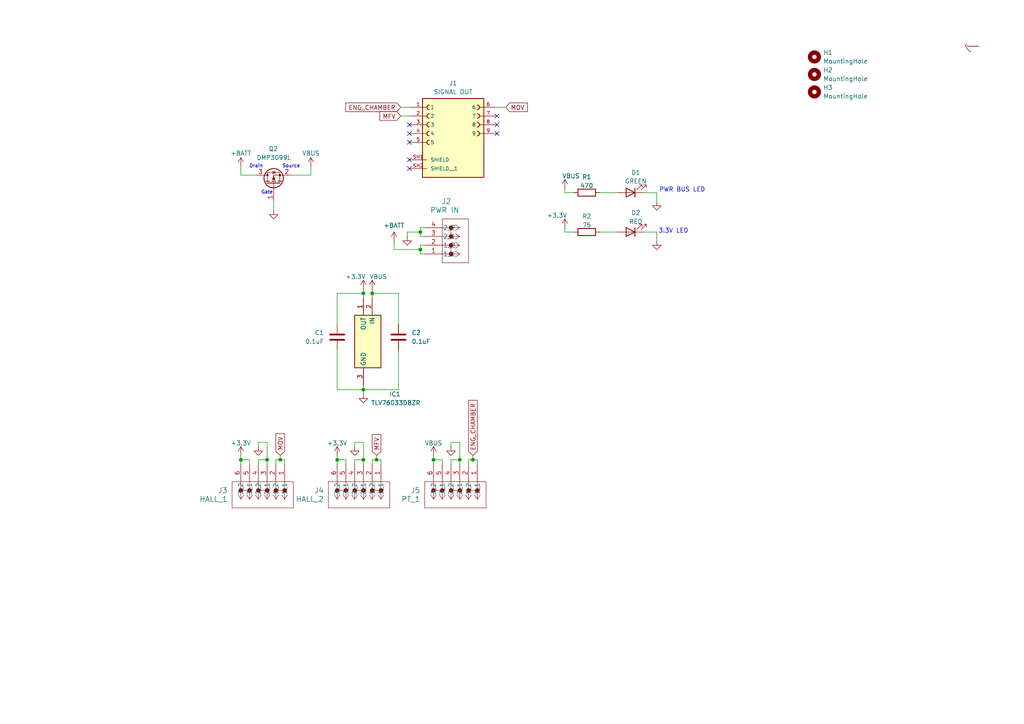
<source format=kicad_sch>
(kicad_sch (version 20250114) (generator "eeschema") (generator_version "9.0")
  (paper "A4")
  (lib_symbols
    (symbol "Device:C" (pin_numbers (hide yes)) (pin_names (offset 0.254))
      (property "Reference" "C" (at 0.635 2.54 0))
      (property "Value" "C" (at 0.635 -2.54 0))
      (symbol "C_1_1"
        (pin passive line (at 0 3.81 270) (length 2.794) (name "~") (number "1"))
        (pin passive line (at 0 -3.81 90) (length 2.794) (name "~") (number "2"))
      )
    )
    (symbol "Device:LED" (pin_numbers (hide yes)) (pin_names (offset 1.016) (hide yes))
      (property "Reference" "D" (at 0 2.54 0))
      (property "Value" "LED" (at 0 -2.54 0))
      (symbol "LED_1_1"
        (pin passive line (at -3.81 0 0) (length 2.54) (name "K") (number "1"))
        (pin passive line (at 3.81 0 180) (length 2.54) (name "A") (number "2"))
      )
    )
    (symbol "Device:Q_PMOS_GSD" (pin_names (offset 0) (hide yes))
      (property "Reference" "Q" (at 5.08 1.27 0))
      (property "Value" "Q_PMOS_GSD" (at 5.08 -1.27 0))
      (symbol "Q_PMOS_GSD_1_1"
        (pin input line (at -5.08 0 0) (length 2.54) (name "G") (number "1"))
        (pin passive line (at 2.54 5.08 270) (length 2.54) (name "D") (number "3"))
        (pin passive line (at 2.54 -5.08 90) (length 2.54) (name "S") (number "2"))
      )
    )
    (symbol "Device:R" (pin_numbers (hide yes)) (pin_names (offset 0))
      (property "Reference" "R" (at 2.032 0 90))
      (property "Value" "R" (at 0 0 90))
      (symbol "R_1_1"
        (pin passive line (at 0 3.81 270) (length 1.27) (name "~") (number "1"))
        (pin passive line (at 0 -3.81 90) (length 1.27) (name "~") (number "2"))
      )
    )
    (symbol "LD09S33E4GV00LF:LD09S33E4GV00LF" (pin_names (offset 1.016))
      (property "Reference" "J" (at -8.89 10.922 0))
      (property "Value" "LD09S33E4GV00LF" (at -8.89 -15.24 0))
      (symbol "LD09S33E4GV00LF_0_0"
        (pin passive line (at -12.7 7.62 0) (length 5.08) (name "1") (number "1"))
        (pin passive line (at -12.7 5.08 0) (length 5.08) (name "2") (number "2"))
        (pin passive line (at -12.7 2.54 0) (length 5.08) (name "3") (number "3"))
        (pin passive line (at -12.7 0 0) (length 5.08) (name "4") (number "4"))
        (pin passive line (at -12.7 -2.54 0) (length 5.08) (name "5") (number "5"))
        (pin passive line (at -12.7 -7.62 0) (length 5.08) (name "SHIELD") (number "SH1"))
        (pin passive line (at -12.7 -10.16 0) (length 5.08) (name "SHIELD__1") (number "SH2"))
        (pin passive line (at 12.7 7.62 180) (length 5.08) (name "6") (number "6"))
        (pin passive line (at 12.7 5.08 180) (length 5.08) (name "7") (number "7"))
        (pin passive line (at 12.7 2.54 180) (length 5.08) (name "8") (number "8"))
        (pin passive line (at 12.7 0 180) (length 5.08) (name "9") (number "9"))
      )
    )
    (symbol "Mechanical:MountingHole" (pin_names (offset 1.016)) (exclude_from_sim yes) (in_bom no)
      (property "Reference" "H" (at 0 5.08 0))
      (property "Value" "MountingHole" (at 0 3.175 0))
    )
    (symbol "SDSU RP:LOGO" (pin_names (offset 1.016)))
    (symbol "TLV76033DBZR:TLV76033DBZR"
      (property "Reference" "IC" (at 21.59 7.62 0))
      (property "Value" "TLV76033DBZR" (at 21.59 5.08 0))
      (symbol "TLV76033DBZR_1_1"
        (pin passive line (at 0 0 0) (length 5.08) (name "OUT") (number "1"))
        (pin passive line (at 0 -2.54 0) (length 5.08) (name "IN") (number "2"))
        (pin passive line (at 25.4 0 180) (length 5.08) (name "GND") (number "3"))
      )
    )
    (symbol "Wago_2601_1102:2601-1102" (pin_names (offset 0.254))
      (property "Reference" "J" (at 8.89 6.35 0))
      (property "Value" "2601-1102" (at 0 0 0))
      (symbol "2601-1102_1_1"
        (pin unspecified line (at 0 0 0) (length 5.08) (name "1_1") (number "1"))
        (pin unspecified line (at 0 -2.54 0) (length 5.08) (name "1_2") (number "2"))
        (pin unspecified line (at 0 -5.08 0) (length 5.08) (name "2_1") (number "3"))
        (pin unspecified line (at 0 -7.62 0) (length 5.08) (name "2_2") (number "4"))
      )
    )
    (symbol "Wago_2601_1103:2601-1103" (pin_names (offset 0.254))
      (property "Reference" "J" (at 8.89 6.35 0))
      (property "Value" "2601-1103" (at 0 0 0))
      (symbol "2601-1103_1_1"
        (pin unspecified line (at 0 0 0) (length 5.08) (name "1_1") (number "1"))
        (pin unspecified line (at 0 -2.54 0) (length 5.08) (name "1_2") (number "2"))
        (pin unspecified line (at 0 -5.08 0) (length 5.08) (name "2_1") (number "3"))
        (pin unspecified line (at 0 -7.62 0) (length 5.08) (name "2_2") (number "4"))
        (pin unspecified line (at 0 -10.16 0) (length 5.08) (name "3_1") (number "5"))
        (pin unspecified line (at 0 -12.7 0) (length 5.08) (name "3_2") (number "6"))
      )
    )
    (symbol "power:+3.3V" (power) (pin_numbers (hide yes)) (pin_names (offset 0) (hide yes))
      (property "Value" "+3.3V" (at 0 3.556 0))
      (symbol "+3.3V_1_1"
        (pin power_in line (at 0 0 90) (length 0) (name "~") (number "1"))
      )
    )
    (symbol "power:+BATT" (power) (pin_numbers (hide yes)) (pin_names (offset 0) (hide yes))
      (property "Value" "+BATT" (at 0 3.556 0))
      (symbol "+BATT_1_1"
        (pin power_in line (at 0 0 90) (length 0) (name "~") (number "1"))
      )
    )
    (symbol "power:GND" (power) (pin_numbers (hide yes)) (pin_names (offset 0) (hide yes))
      (property "Value" "GND" (at 0 -3.81 0))
      (symbol "GND_1_1"
        (pin power_in line (at 0 0 270) (length 0) (name "~") (number "1"))
      )
    )
    (symbol "power:VBUS" (power) (pin_numbers (hide yes)) (pin_names (offset 0) (hide yes))
      (property "Value" "VBUS" (at 0 3.556 0))
      (symbol "VBUS_1_1"
        (pin power_in line (at 0 0 90) (length 0) (name "~") (number "1"))
      )
    )
  )
  (text "PWR BUS LED" (at 197.866 55.118 0) (effects (font (size 1.27 1.27))))
  (text "Source\n" (at 84.455 48.26 0) (effects (font (size 1 1))))
  (text "Drain" (at 74.295 48.26 0) (effects (font (size 1 1))))
  (text "Gate" (at 77.47 55.88 0) (effects (font (size 1 1))))
  (text "3.3V LED" (at 195.326 67.056 0) (effects (font (size 1.27 1.27))))
  (junction (at 109.22 133.35))
  (junction (at 133.35 133.35))
  (junction (at 137.16 133.35))
  (junction (at 125.73 133.35))
  (junction (at 105.41 133.35))
  (junction (at 105.41 85.09))
  (junction (at 77.47 133.35))
  (junction (at 69.85 133.35))
  (junction (at 121.92 72.39))
  (junction (at 81.28 133.35))
  (junction (at 105.41 113.03))
  (junction (at 97.79 133.35))
  (junction (at 107.95 85.09))
  (junction (at 121.92 67.31))
  (no_connect (at 144.145 38.735))
  (no_connect (at 144.145 33.655))
  (no_connect (at 118.745 38.735))
  (no_connect (at 144.145 36.195))
  (no_connect (at 118.745 41.275))
  (no_connect (at 118.745 48.895))
  (no_connect (at 118.745 36.195))
  (no_connect (at 118.745 46.355))
  (no_connect (at -7.62 213.36))
  (wire (pts (xy 107.95 83.82) (xy 107.95 85.09)))
  (wire (pts (xy 125.73 133.35) (xy 125.73 134.62)))
  (wire (pts (xy 74.93 134.62) (xy 74.93 133.35)))
  (wire (pts (xy 69.85 133.35) (xy 72.39 133.35)))
  (wire (pts (xy 97.79 93.98) (xy 97.79 85.09)))
  (wire (pts (xy 77.47 128.27) (xy 77.47 133.35)))
  (wire (pts (xy 115.57 93.98) (xy 115.57 85.09)))
  (wire (pts (xy 105.41 85.09) (xy 105.41 86.36)))
  (wire (pts (xy 137.16 132.08) (xy 137.16 133.35)))
  (wire (pts (xy 107.95 133.35) (xy 109.22 133.35)))
  (wire (pts (xy 130.81 128.27) (xy 133.35 128.27)))
  (wire (pts (xy 105.41 113.03) (xy 105.41 114.3)))
  (wire (pts (xy 138.43 133.35) (xy 138.43 134.62)))
  (wire (pts (xy 97.79 133.35) (xy 100.33 133.35)))
  (wire (pts (xy 74.93 129.54) (xy 74.93 128.27)))
  (wire (pts (xy 84.455 50.8) (xy 90.17 50.8)))
  (wire (pts (xy 109.22 133.35) (xy 110.49 133.35)))
  (wire (pts (xy 100.33 133.35) (xy 100.33 134.62)))
  (wire (pts (xy 97.79 133.35) (xy 97.79 134.62)))
  (wire (pts (xy 121.92 67.31) (xy 118.11 67.31)))
  (wire (pts (xy 109.22 132.08) (xy 109.22 133.35)))
  (wire (pts (xy 97.79 132.08) (xy 97.79 133.35)))
  (wire (pts (xy 102.87 128.27) (xy 105.41 128.27)))
  (wire (pts (xy 74.93 128.27) (xy 77.47 128.27)))
  (wire (pts (xy 135.89 133.35) (xy 137.16 133.35)))
  (wire (pts (xy 163.83 66.04) (xy 163.83 67.31)))
  (wire (pts (xy 121.92 73.66) (xy 123.19 73.66)))
  (wire (pts (xy 130.81 129.54) (xy 130.81 128.27)))
  (wire (pts (xy 107.95 85.09) (xy 115.57 85.09)))
  (wire (pts (xy 114.3 69.85) (xy 114.3 72.39)))
  (wire (pts (xy 79.375 60.96) (xy 79.375 58.42)))
  (wire (pts (xy 190.5 67.31) (xy 190.5 69.85)))
  (wire (pts (xy 107.95 134.62) (xy 107.95 133.35)))
  (wire (pts (xy 81.28 132.08) (xy 81.28 133.35)))
  (wire (pts (xy 102.87 129.54) (xy 102.87 128.27)))
  (wire (pts (xy 105.41 83.82) (xy 105.41 85.09)))
  (wire (pts (xy 97.79 101.6) (xy 97.79 113.03)))
  (wire (pts (xy 173.99 55.88) (xy 179.07 55.88)))
  (wire (pts (xy 97.79 85.09) (xy 105.41 85.09)))
  (wire (pts (xy 163.83 55.88) (xy 166.37 55.88)))
  (wire (pts (xy 130.81 133.35) (xy 133.35 133.35)))
  (wire (pts (xy 128.27 133.35) (xy 128.27 134.62)))
  (wire (pts (xy 133.35 128.27) (xy 133.35 133.35)))
  (wire (pts (xy 121.92 73.66) (xy 121.92 72.39)))
  (wire (pts (xy 115.57 101.6) (xy 115.57 113.03)))
  (wire (pts (xy 80.01 133.35) (xy 81.28 133.35)))
  (wire (pts (xy 74.93 133.35) (xy 77.47 133.35)))
  (wire (pts (xy 133.35 133.35) (xy 133.35 134.62)))
  (wire (pts (xy 80.01 134.62) (xy 80.01 133.35)))
  (wire (pts (xy 69.85 48.26) (xy 69.85 50.8)))
  (wire (pts (xy 186.69 55.88) (xy 190.5 55.88)))
  (wire (pts (xy 102.87 133.35) (xy 105.41 133.35)))
  (wire (pts (xy 110.49 133.35) (xy 110.49 134.62)))
  (wire (pts (xy 69.85 50.8) (xy 74.295 50.8)))
  (wire (pts (xy 186.69 67.31) (xy 190.5 67.31)))
  (wire (pts (xy 114.3 72.39) (xy 121.92 72.39)))
  (wire (pts (xy 125.73 132.08) (xy 125.73 133.35)))
  (wire (pts (xy 121.92 66.04) (xy 123.19 66.04)))
  (wire (pts (xy 69.85 132.08) (xy 69.85 133.35)))
  (wire (pts (xy 121.92 71.12) (xy 123.19 71.12)))
  (wire (pts (xy 121.92 68.58) (xy 123.19 68.58)))
  (wire (pts (xy 125.73 133.35) (xy 128.27 133.35)))
  (wire (pts (xy 105.41 111.76) (xy 105.41 113.03)))
  (wire (pts (xy 102.87 134.62) (xy 102.87 133.35)))
  (wire (pts (xy 77.47 133.35) (xy 77.47 134.62)))
  (wire (pts (xy 135.89 134.62) (xy 135.89 133.35)))
  (wire (pts (xy 116.205 33.655) (xy 118.745 33.655)))
  (wire (pts (xy 81.28 133.35) (xy 82.55 133.35)))
  (wire (pts (xy 146.685 31.115) (xy 144.145 31.115)))
  (wire (pts (xy 121.92 71.12) (xy 121.92 72.39)))
  (wire (pts (xy 118.11 67.31) (xy 118.11 68.58)))
  (wire (pts (xy 163.83 67.31) (xy 166.37 67.31)))
  (wire (pts (xy 105.41 113.03) (xy 115.57 113.03)))
  (wire (pts (xy 69.85 133.35) (xy 69.85 134.62)))
  (wire (pts (xy 72.39 133.35) (xy 72.39 134.62)))
  (wire (pts (xy 121.92 67.31) (xy 121.92 68.58)))
  (wire (pts (xy 105.41 133.35) (xy 105.41 134.62)))
  (wire (pts (xy 173.99 67.31) (xy 179.07 67.31)))
  (wire (pts (xy 163.83 54.61) (xy 163.83 55.88)))
  (wire (pts (xy 121.92 66.04) (xy 121.92 67.31)))
  (wire (pts (xy 97.79 113.03) (xy 105.41 113.03)))
  (wire (pts (xy 82.55 133.35) (xy 82.55 134.62)))
  (wire (pts (xy 116.205 31.115) (xy 118.745 31.115)))
  (wire (pts (xy 190.5 55.88) (xy 190.5 58.42)))
  (wire (pts (xy 105.41 128.27) (xy 105.41 133.35)))
  (wire (pts (xy 130.81 134.62) (xy 130.81 133.35)))
  (wire (pts (xy 90.17 48.26) (xy 90.17 50.8)))
  (wire (pts (xy 107.95 85.09) (xy 107.95 86.36)))
  (wire (pts (xy 137.16 133.35) (xy 138.43 133.35)))
  (global_label "ENG_CHAMBER" (shape input) (at 137.16 132.08 90) (property "Intersheetrefs" "${INTERSHEET_REFS}" (effects (hide yes))))
  (global_label "MOV" (shape input) (at 81.28 132.08 90) (property "Intersheetrefs" "${INTERSHEET_REFS}" (effects (hide yes))))
  (global_label "ENG_CHAMBER" (shape input) (at 116.205 31.115 180) (property "Intersheetrefs" "${INTERSHEET_REFS}" (effects (hide yes))))
  (global_label "MFV" (shape input) (at 109.22 132.08 90) (property "Intersheetrefs" "${INTERSHEET_REFS}" (effects (hide yes))))
  (global_label "MOV" (shape input) (at 146.685 31.115 0) (property "Intersheetrefs" "${INTERSHEET_REFS}" (effects (hide yes))))
  (global_label "MFV" (shape input) (at 116.205 33.655 180) (property "Intersheetrefs" "${INTERSHEET_REFS}" (effects (hide yes))))
  (symbol (lib_id "Wago_2601_1102:2601-1102") (at 123.19 73.66 0) (mirror x) (unit 1)
    (property "Reference" "J2" (at 128.016 58.42 0) (effects (font (size 1.524 1.524)) (justify left)))
    (property "Value" "PWR IN" (at 124.714 60.96 0) (effects (font (size 1.524 1.524)) (justify left)))
    (property "Footprint" "Wago_2601_1102:CONN2_2601-1102_WAG" (effects (hide yes)))
    (property "Datasheet" "2601-1102" (effects (hide yes)))
  )
  (symbol (lib_id "TLV76033DBZR:TLV76033DBZR") (at 105.41 86.36 90) (mirror x) (unit 1)
    (property "Reference" "IC1" (at 114.554 114.3 90))
    (property "Value" "TLV76033DBZR" (at 114.808 116.84 90))
    (property "Footprint" "TLV76033DBZR:SOT95P237X112-3N" (effects (hide yes)))
    (property "Datasheet" "https://www.ti.com/lit/gpn/TLV760" (effects (hide yes)))
    (property "Description" "100-mA, 30-V, low-dropout voltage regulator" (effects (hide yes)))
    (property "Height" "1.12" (effects (hide yes)))
    (property "Mouser Part Number" "595-TLV76033DBZR" (effects (hide yes)))
    (property "Mouser Price/Stock" "https://www.mouser.co.uk/ProductDetail/Texas-Instruments/TLV76033DBZR?qs=HXFqYaX1Q2ypNrzTk0Gsfw%3D%3D" (effects (hide yes)))
    (property "Manufacturer_Name" "Texas Instruments" (effects (hide yes)))
    (property "Manufacturer_Part_Number" "TLV76033DBZR" (effects (hide yes)))
  )
  (symbol (lib_id "power:GND") (at 79.375 60.96 0) (unit 1)
    (property "Reference" "#PWR074" (effects (hide yes)))
    (property "Value" "GND" (effects (hide yes)))
  )
  (symbol (lib_id "Device:LED") (at 182.88 55.88 180) (unit 1)
    (property "Reference" "D1" (at 184.404 50.038 0))
    (property "Value" "GREEN" (at 184.404 52.578 0))
    (property "Footprint" "LED_SMD:LED_0805_2012Metric" (effects (hide yes)))
    (property "Description" "Light emitting diode" (effects (hide yes)))
  )
  (symbol (lib_id "power:VBUS") (at 107.95 83.82 0) (unit 1)
    (property "Reference" "#PWR08" (effects (hide yes)))
    (property "Value" "VBUS" (at 109.728 80.264 0))
    (property "Description" "Power symbol creates a global label with name \"VBUS\"" (effects (hide yes)))
  )
  (symbol (lib_id "power:VBUS") (at 125.73 132.08 0) (unit 1)
    (property "Reference" "#PWR015" (effects (hide yes)))
    (property "Value" "VBUS" (at 125.73 128.524 0))
    (property "Description" "Power symbol creates a global label with name \"VBUS\"" (effects (hide yes)))
  )
  (symbol (lib_id "power:+BATT") (at 69.85 48.26 0) (unit 1)
    (property "Reference" "#PWR016" (effects (hide yes)))
    (property "Value" "+BATT" (at 69.85 44.45 0))
    (property "Description" "Power symbol creates a global label with name \"+BATT\"" (effects (hide yes)))
  )
  (symbol (lib_id "Wago_2601_1103:2601-1103") (at 110.49 134.62 270) (unit 1)
    (property "Reference" "J4" (at 93.98 142.2399 90) (effects (font (size 1.524 1.524)) (justify right)))
    (property "Value" "HALL_2" (at 93.98 144.7799 90) (effects (font (size 1.524 1.524)) (justify right)))
    (property "Footprint" "Wago_2601_1103:CONN3_2601-1103_WAG" (effects (hide yes)))
    (property "Datasheet" "2601-1103" (effects (hide yes)))
  )
  (symbol (lib_id "Mechanical:MountingHole") (at 236.22 21.59 0) (unit 1) (exclude_from_sim yes) (in_bom no)
    (property "Reference" "H2" (at 238.76 20.3199 0) (effects (justify left)))
    (property "Value" "MountingHole" (at 238.76 22.8599 0) (effects (justify left)))
    (property "Footprint" "MountingHole:MountingHole_3.2mm_M3" (effects (hide yes)))
    (property "Description" "Mounting Hole without connection" (effects (hide yes)))
  )
  (symbol (lib_id "power:+3.3V") (at 69.85 132.08 0) (unit 1)
    (property "Reference" "#PWR013" (effects (hide yes)))
    (property "Value" "+3.3V" (at 69.85 128.524 0))
    (property "Description" "Power symbol creates a global label with name \"+3.3V\"" (effects (hide yes)))
  )
  (symbol (lib_id "Mechanical:MountingHole") (at 236.22 16.51 0) (unit 1) (exclude_from_sim yes) (in_bom no)
    (property "Reference" "H1" (at 238.76 15.2399 0) (effects (justify left)))
    (property "Value" "MountingHole" (at 238.76 17.7799 0) (effects (justify left)))
    (property "Footprint" "MountingHole:MountingHole_3.2mm_M3" (effects (hide yes)))
    (property "Description" "Mounting Hole without connection" (effects (hide yes)))
  )
  (symbol (lib_id "power:GND") (at 130.81 129.54 0) (unit 1)
    (property "Reference" "#PWR012" (effects (hide yes)))
    (property "Value" "GND" (effects (hide yes)))
    (property "Description" "Power symbol creates a global label with name \"GND\" , ground" (effects (hide yes)))
  )
  (symbol (lib_id "power:GND") (at 190.5 58.42 0) (unit 1)
    (property "Reference" "#PWR02" (effects (hide yes)))
    (property "Value" "GND" (effects (hide yes)))
    (property "Description" "Power symbol creates a global label with name \"GND\" , ground" (effects (hide yes)))
  )
  (symbol (lib_id "power:+3.3V") (at 105.41 83.82 0) (unit 1)
    (property "Reference" "#PWR07" (effects (hide yes)))
    (property "Value" "+3.3V" (at 103.124 80.264 0))
    (property "Description" "Power symbol creates a global label with name \"+3.3V\"" (effects (hide yes)))
  )
  (symbol (lib_id "Device:R") (at 170.18 67.31 90) (unit 1)
    (property "Reference" "R2" (at 170.18 62.738 90))
    (property "Value" "75" (at 170.18 65.278 90))
    (property "Footprint" "Resistor_SMD:R_0805_2012Metric" (effects (hide yes)))
    (property "Description" "Resistor" (effects (hide yes)))
  )
  (symbol (lib_id "Device:C") (at 115.57 97.79 0) (unit 1)
    (property "Reference" "C2" (at 119.38 96.5199 0) (effects (justify left)))
    (property "Value" "0.1uF" (at 119.38 99.0599 0) (effects (justify left)))
    (property "Footprint" "Capacitor_SMD:C_0805_2012Metric" (effects (hide yes)))
    (property "Description" "Unpolarized capacitor" (effects (hide yes)))
  )
  (symbol (lib_id "power:GND") (at 105.41 114.3 0) (unit 1)
    (property "Reference" "#PWR09" (effects (hide yes)))
    (property "Value" "GND" (effects (hide yes)))
    (property "Description" "Power symbol creates a global label with name \"GND\" , ground" (effects (hide yes)))
  )
  (symbol (lib_id "power:GND") (at 118.11 68.58 0) (mirror y) (unit 1)
    (property "Reference" "#PWR04" (effects (hide yes)))
    (property "Value" "GND" (effects (hide yes)))
    (property "Description" "Power symbol creates a global label with name \"GND\" , ground" (effects (hide yes)))
  )
  (symbol (lib_id "power:+BATT") (at 114.3 69.85 0) (unit 1)
    (property "Reference" "#PWR017" (effects (hide yes)))
    (property "Value" "+BATT" (at 114.3 65.405 0))
    (property "Description" "Power symbol creates a global label with name \"+BATT\"" (effects (hide yes)))
  )
  (symbol (lib_id "Wago_2601_1103:2601-1103") (at 82.55 134.62 270) (unit 1)
    (property "Reference" "J3" (at 66.04 142.2399 90) (effects (font (size 1.524 1.524)) (justify right)))
    (property "Value" "HALL_1" (at 66.04 144.7799 90) (effects (font (size 1.524 1.524)) (justify right)))
    (property "Footprint" "Wago_2601_1103:CONN3_2601-1103_WAG" (effects (hide yes)))
    (property "Datasheet" "2601-1103" (effects (hide yes)))
  )
  (symbol (lib_id "Device:LED") (at 182.88 67.31 180) (unit 1)
    (property "Reference" "D2" (at 184.404 61.722 0))
    (property "Value" "RED" (at 184.404 64.262 0))
    (property "Footprint" "LED_SMD:LED_0805_2012Metric" (effects (hide yes)))
    (property "Description" "Light emitting diode" (effects (hide yes)))
  )
  (symbol (lib_id "power:VBUS") (at 90.17 48.26 0) (mirror y) (unit 1)
    (property "Reference" "#PWR06" (effects (hide yes)))
    (property "Value" "VBUS" (at 90.17 44.45 0))
    (property "Description" "Power symbol creates a global label with name \"VBUS\"" (effects (hide yes)))
  )
  (symbol (lib_id "Mechanical:MountingHole") (at 236.22 26.67 0) (unit 1) (exclude_from_sim yes) (in_bom no)
    (property "Reference" "H3" (at 238.76 25.3999 0) (effects (justify left)))
    (property "Value" "MountingHole" (at 238.76 27.9399 0) (effects (justify left)))
    (property "Footprint" "MountingHole:MountingHole_3.2mm_M3" (effects (hide yes)))
    (property "Description" "Mounting Hole without connection" (effects (hide yes)))
  )
  (symbol (lib_id "Device:Q_PMOS_GSD") (at 79.375 53.34 90) (unit 1)
    (property "Reference" "Q2" (at 80.645 43.18 90) (effects (justify left)))
    (property "Value" "DMP3099L" (at 84.455 45.72 90) (effects (justify left)))
    (property "Footprint" "Package_TO_SOT_SMD:SOT-23-3" (effects (hide yes)))
    (property "Description" "P-MOSFET transistor, gate/source/drain" (effects (hide yes)))
  )
  (symbol (lib_id "power:GND") (at 74.93 129.54 0) (unit 1)
    (property "Reference" "#PWR010" (effects (hide yes)))
    (property "Value" "GND" (effects (hide yes)))
    (property "Description" "Power symbol creates a global label with name \"GND\" , ground" (effects (hide yes)))
  )
  (symbol (lib_id "power:+3.3V") (at 97.79 132.08 0) (unit 1)
    (property "Reference" "#PWR014" (effects (hide yes)))
    (property "Value" "+3.3V" (at 97.79 128.524 0))
    (property "Description" "Power symbol creates a global label with name \"+3.3V\"" (effects (hide yes)))
  )
  (symbol (lib_id "Device:C") (at 97.79 97.79 0) (mirror y) (unit 1)
    (property "Reference" "C1" (at 93.98 96.5199 0) (effects (justify left)))
    (property "Value" "0.1uF" (at 93.98 99.0599 0) (effects (justify left)))
    (property "Footprint" "Capacitor_SMD:C_0805_2012Metric" (effects (hide yes)))
    (property "Description" "Unpolarized capacitor" (effects (hide yes)))
  )
  (symbol (lib_id "Device:R") (at 170.18 55.88 90) (unit 1)
    (property "Reference" "R1" (at 170.18 51.308 90))
    (property "Value" "470" (at 170.18 53.848 90))
    (property "Footprint" "Resistor_SMD:R_0805_2012Metric" (effects (hide yes)))
    (property "Description" "Resistor" (effects (hide yes)))
  )
  (symbol (lib_id "power:VBUS") (at 163.83 54.61 0) (unit 1)
    (property "Reference" "#PWR01" (effects (hide yes)))
    (property "Value" "VBUS" (at 165.608 51.054 0))
    (property "Description" "Power symbol creates a global label with name \"VBUS\"" (effects (hide yes)))
  )
  (symbol (lib_id "power:+3.3V") (at 163.83 66.04 0) (unit 1)
    (property "Reference" "#PWR03" (effects (hide yes)))
    (property "Value" "+3.3V" (at 161.544 62.484 0))
    (property "Description" "Power symbol creates a global label with name \"+3.3V\"" (effects (hide yes)))
  )
  (symbol (lib_id "power:GND") (at 102.87 129.54 0) (unit 1)
    (property "Reference" "#PWR011" (effects (hide yes)))
    (property "Value" "GND" (effects (hide yes)))
    (property "Description" "Power symbol creates a global label with name \"GND\" , ground" (effects (hide yes)))
  )
  (symbol (lib_id "LD09S33E4GV00LF:LD09S33E4GV00LF") (at 131.445 38.735 0) (unit 1)
    (property "Reference" "J1" (at 131.445 24.13 0))
    (property "Value" "SIGNAL OUT" (at 131.445 26.67 0))
    (property "Footprint" "LD09S33E4GV00LF:AMPHENOL_LD09S33E4GV00LF" (effects (hide yes)))
    (property "PARTREV" "B" (effects (hide yes)))
    (property "STANDARD" "Manufacturer Recommendations" (effects (hide yes)))
    (property "MAXIMUM_PACKAGE_HEIGHT" "12.96mm" (effects (hide yes)))
    (property "MANUFACTURER" "Amphenol" (effects (hide yes)))
  )
  (symbol (lib_id "power:GND") (at 190.5 69.85 0) (unit 1)
    (property "Reference" "#PWR05" (effects (hide yes)))
    (property "Value" "GND" (effects (hide yes)))
    (property "Description" "Power symbol creates a global label with name \"GND\" , ground" (effects (hide yes)))
  )
  (symbol (lib_id "SDSU RP:LOGO") (at 281.94 13.97 0) (unit 1)
    (property "Reference" "#G1" (effects (hide yes)))
    (property "Value" "LOGO" (effects (hide yes)))
    (property "Footprint" "SDSU RP:RP_Logo" (effects (hide yes)))
  )
  (symbol (lib_id "Wago_2601_1103:2601-1103") (at 138.43 134.62 270) (unit 1)
    (property "Reference" "J5" (at 121.92 142.2399 90) (effects (font (size 1.524 1.524)) (justify right)))
    (property "Value" "PT_1" (at 121.92 144.7799 90) (effects (font (size 1.524 1.524)) (justify right)))
    (property "Footprint" "Wago_2601_1103:CONN3_2601-1103_WAG" (effects (hide yes)))
    (property "Datasheet" "2601-1103" (effects (hide yes)))
  )
)
</source>
